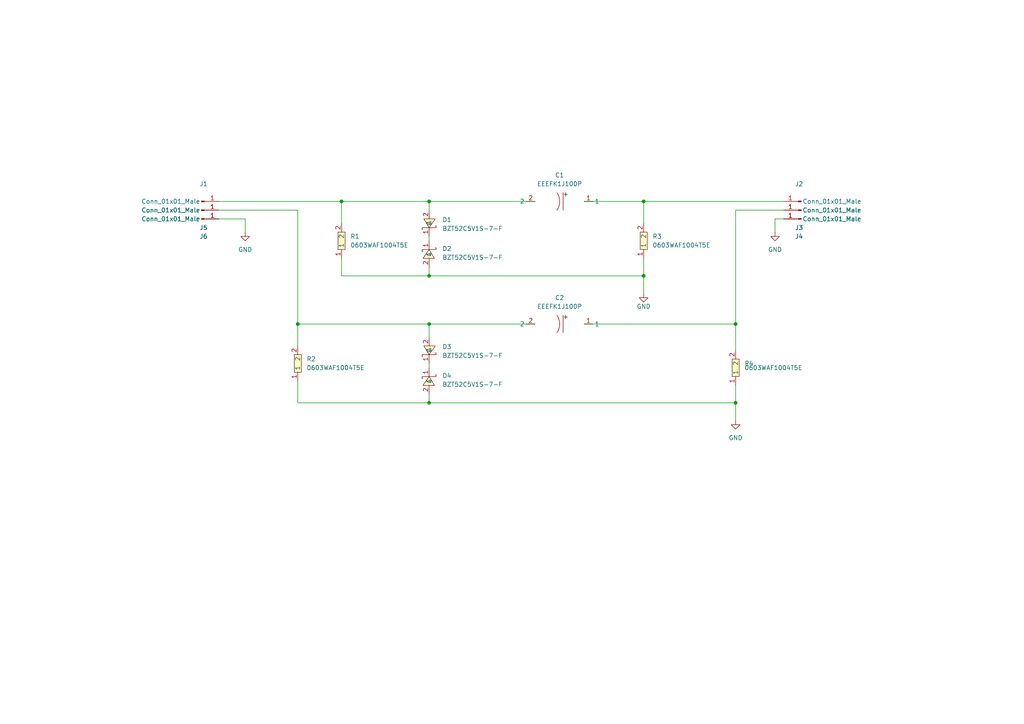
<source format=kicad_sch>
(kicad_sch (version 20230121) (generator eeschema)
  (paper "A4")
  (title_block (title "Phantom Blocker") (date "2023-03-12") (rev "1.0"))
  (lib_symbols
    (symbol "Connector:Conn_01x01_Male" (pin_names (offset 1.016) hide)
      (property "Reference" "J" (at 0 2.54 0))
      (property "Value" "Conn_01x01_Male" (at 0 -2.54 0))
      (symbol "Conn_01x01_Male_1_1"
        (polyline (pts (xy 1.27 0) (xy 0.8636 0)) (stroke (width 0.1524)))
        (rectangle (start 0.8636 0.127) (end 0 -0.127) (stroke (width 0.1524)) (fill (type outline)))
        (pin passive line (at 5.08 0 180) (length 3.81) (name "Pin_1") (number "1"))
      )
    )
    (symbol "easyeda2kicad:0603WAF1004T5E"
      (property "Reference" "R?" (at 0 5.08 0))
      (property "Value" "0603WAF1004T5E" (at 0 -5.08 0))
      (symbol "0603WAF1004T5E_0_1"
        (rectangle (start -2.54 1.02) (end 2.54 -1.02) (fill (type background)))
        (pin input line (at -5.08 0 0) (length 2.54) (name "1") (number "1"))
        (pin input line (at 5.08 0 180) (length 2.54) (name "2") (number "2"))
      )
    )
    (symbol "easyeda2kicad:BZT52C5V1S-7-F"
      (property "Reference" "D?" (at 0 5.08 0))
      (property "Value" "BZT52C5V1S-7-F" (at 0 -5.08 0))
      (symbol "BZT52C5V1S-7-F_0_1"
        (polyline (pts (xy 1.27 1.52) (xy -1.27 0) (xy 1.27 -1.78) (xy 1.27 1.52)) (fill (type background)))
        (polyline (pts (xy -1.78 1.78) (xy -1.78 2.03) (xy -1.27 2.03) (xy -1.27 -2.03) (xy -0.76 -2.03) (xy -0.76 -1.78)))
        (pin unspecified line (at -3.81 0 0) (length 2.54) (name "C") (number "1"))
        (pin unspecified line (at 3.81 0 180) (length 2.54) (name "A") (number "2"))
      )
    )
    (symbol "easyeda2kicad:EEEFK1J100P"
      (property "Reference" "C?" (at 0 11.94 0))
      (property "Value" "EEEFK1J100P" (at 0 -12.45 0))
      (symbol "EEEFK1J100P_0_1"
        (rectangle (start -2.54 1.52) (end -1.52 1.52) (fill (type background)))
        (rectangle (start -2.03 2.03) (end -2.03 1.02) (fill (type background)))
        (arc (start 0 -0.25) (mid -1.3336 -0.4253) (end -2.54 -1.02))
        (polyline (pts (xy -2.54 0.76) (xy 2.54 0.76)))
        (arc (start 2.54 -1.02) (mid 1.334 -0.4238) (end 0 -0.25))
        (pin unspecified line (at 0 6.86 90) (length 2.54) (name "1") (number "1"))
        (pin unspecified line (at 0 -7.37 270) (length 2.54) (name "2") (number "2"))
      )
    )
    (symbol "power:GND" (power) (pin_names (offset 0))
      (property "Value" "GND" (at 0 -3.81 0))
      (symbol "GND_0_1"
        (polyline (pts (xy 0 0) (xy 0 -1.27) (xy 1.27 -1.27) (xy 0 -2.54) (xy -1.27 -1.27) (xy 0 -1.27)))
      )
      (symbol "GND_1_1"
        (pin power_in line (at 0 0 270) (length 0) hide (name "GND") (number "1"))
      )
    )
  )
  (junction (at 124.46 116.84))
  (junction (at 186.69 80.01))
  (junction (at 124.46 80.01))
  (junction (at 124.46 58.42))
  (junction (at 186.69 58.42))
  (junction (at 213.36 116.84))
  (junction (at 86.36 93.98))
  (junction (at 124.46 93.98))
  (junction (at 99.06 58.42))
  (junction (at 213.36 93.98))
  (wire (pts (xy 86.36 93.98) (xy 124.46 93.98)))
  (wire (pts (xy 124.46 80.01) (xy 186.69 80.01)))
  (wire (pts (xy 124.46 114.3) (xy 124.46 116.84)))
  (wire (pts (xy 124.46 93.98) (xy 124.46 97.79)))
  (wire (pts (xy 124.46 105.41) (xy 124.46 106.68)))
  (wire (pts (xy 213.36 60.96) (xy 213.36 93.98)))
  (wire (pts (xy 124.46 116.84) (xy 213.36 116.84)))
  (wire (pts (xy 186.69 58.42) (xy 227.33 58.42)))
  (wire (pts (xy 124.46 93.98) (xy 155.19 93.98)))
  (wire (pts (xy 124.46 77.47) (xy 124.46 80.01)))
  (wire (pts (xy 63.5 60.96) (xy 86.36 60.96)))
  (wire (pts (xy 213.36 111.76) (xy 213.36 116.84)))
  (wire (pts (xy 99.06 58.42) (xy 99.06 64.77)))
  (wire (pts (xy 186.69 58.42) (xy 186.69 64.77)))
  (wire (pts (xy 63.5 58.42) (xy 99.06 58.42)))
  (wire (pts (xy 63.5 63.5) (xy 71.12 63.5)))
  (wire (pts (xy 71.12 63.5) (xy 71.12 67.31)))
  (wire (pts (xy 86.36 116.84) (xy 124.46 116.84)))
  (wire (pts (xy 124.46 68.58) (xy 124.46 69.85)))
  (wire (pts (xy 186.69 74.93) (xy 186.69 80.01)))
  (wire (pts (xy 213.36 93.98) (xy 213.36 101.6)))
  (wire (pts (xy 99.06 74.93) (xy 99.06 80.01)))
  (wire (pts (xy 186.69 80.01) (xy 186.69 85.09)))
  (wire (pts (xy 227.33 63.5) (xy 224.79 63.5)))
  (wire (pts (xy 124.46 58.42) (xy 124.46 60.96)))
  (wire (pts (xy 124.46 58.42) (xy 155.19 58.42)))
  (wire (pts (xy 227.33 60.96) (xy 213.36 60.96)))
  (wire (pts (xy 169.42 58.42) (xy 186.69 58.42)))
  (wire (pts (xy 99.06 80.01) (xy 124.46 80.01)))
  (wire (pts (xy 224.79 63.5) (xy 224.79 67.31)))
  (wire (pts (xy 86.36 110.49) (xy 86.36 116.84)))
  (wire (pts (xy 99.06 58.42) (xy 124.46 58.42)))
  (wire (pts (xy 86.36 93.98) (xy 86.36 100.33)))
  (wire (pts (xy 169.42 93.98) (xy 213.36 93.98)))
  (wire (pts (xy 213.36 116.84) (xy 213.36 121.92)))
  (wire (pts (xy 86.36 93.98) (xy 86.36 60.96)))
  (symbol (lib_id "easyeda2kicad:BZT52C5V1S-7-F") (at 124.46 101.6 90) (unit 1)
    (property "Reference" "D3" (at 128.27 100.5849 90) (effects (justify right)))
    (property "Value" "BZT52C5V1S-7-F" (at 128.27 103.1249 90) (effects (justify right)))
    (property "Footprint" "easyeda2kicad:SOD-323_L1.8-W1.3-LS2.5-RD" (effects hide))
    (property "Datasheet" "https://lcsc.com/product-detail/Zener-Diodes_DIODES_BZT52C5V1S-7-F_BZT52C5V1S-7-F_C151348.html" (effects hide))
    (property "Manufacturer" "DIODES" (effects hide))
    (property "LCSC Part" "C75073" (effects hide))
    (property "JLC Part" "Extended Part" (effects hide))
  )
  (symbol (lib_id "power:GND") (at 186.69 85.09 0) (unit 1)
    (property "Reference" "#PWR0104" (effects hide))
    (property "Value" "GND" (at 186.69 88.9 0))
  )
  (symbol (lib_id "power:GND") (at 71.12 67.31 0) (unit 1)
    (property "Reference" "#PWR0101" (effects hide))
    (property "Value" "GND" (at 71.12 72.39 0))
  )
  (symbol (lib_id "easyeda2kicad:0603WAF1004T5E") (at 99.06 69.85 90) (unit 1)
    (property "Reference" "R1" (at 101.6 68.5799 90) (effects (justify right)))
    (property "Value" "0603WAF1004T5E" (at 101.6 71.1199 90) (effects (justify right)))
    (property "Footprint" "easyeda2kicad:R0603" (effects hide))
    (property "Datasheet" "https://lcsc.com/product-detail/Chip-Resistor-Surface-Mount-UniOhm_1MR-1004-1_C22935.html" (effects hide))
    (property "Manufacturer" "UniOhm" (effects hide))
    (property "LCSC Part" "C22935" (effects hide))
    (property "JLC Part" "Basic Part" (effects hide))
  )
  (symbol (lib_id "easyeda2kicad:0603WAF1004T5E") (at 213.36 106.68 90) (unit 1)
    (property "Reference" "R4" (at 215.9 105.4099 90) (effects (justify right)))
    (property "Value" "0603WAF1004T5E" (at 215.9 106.6799 90) (effects (justify right)))
    (property "Footprint" "easyeda2kicad:R0603" (effects hide))
    (property "Datasheet" "https://lcsc.com/product-detail/Chip-Resistor-Surface-Mount-UniOhm_1MR-1004-1_C22935.html" (effects hide))
    (property "Manufacturer" "UniOhm" (effects hide))
    (property "LCSC Part" "C22935" (effects hide))
    (property "JLC Part" "Basic Part" (effects hide))
  )
  (symbol (lib_id "Connector:Conn_01x01_Male") (at 232.41 60.96 180) (unit 1)
    (property "Reference" "J3" (at 231.775 66.04 0))
    (property "Value" "Conn_01x01_Male" (at 241.3 60.96 0))
    (property "Footprint" "Connector_Pin:Pin_D0.7mm_L6.5mm_W1.8mm_FlatFork" (effects hide))
  )
  (symbol (lib_id "easyeda2kicad:EEEFK1J100P") (at 162.56 58.42 270) (unit 1)
    (property "Reference" "C1" (at 162.305 50.8 90))
    (property "Value" "EEEFK1J100P" (at 162.305 53.34 90))
    (property "Footprint" "easyeda2kicad:CAP-SMD_BD6.3-L6.6-W6.6-FD" (effects hide))
    (property "Datasheet" "https://lcsc.com/product-detail/Aluminum-Electrolytic-Capacitors-SMD_PANASONIC_EEEFK1J100P_10uF-63V_C128459.html" (effects hide))
    (property "Manufacturer" "PANASONIC" (effects hide))
    (property "LCSC Part" "C128459" (effects hide))
    (property "JLC Part" "Extended Part" (effects hide))
  )
  (symbol (lib_id "easyeda2kicad:BZT52C5V1S-7-F") (at 124.46 73.66 270) (unit 1)
    (property "Reference" "D2" (at 128.27 72.1349 90) (effects (justify left)))
    (property "Value" "BZT52C5V1S-7-F" (at 128.27 74.6749 90) (effects (justify left)))
    (property "Footprint" "easyeda2kicad:SOD-323_L1.8-W1.3-LS2.5-RD" (effects hide))
    (property "Datasheet" "https://lcsc.com/product-detail/Zener-Diodes_DIODES_BZT52C5V1S-7-F_BZT52C5V1S-7-F_C151348.html" (effects hide))
    (property "Manufacturer" "DIODES" (effects hide))
    (property "LCSC Part" "C75073" (effects hide))
    (property "JLC Part" "Extended Part" (effects hide))
  )
  (symbol (lib_id "Connector:Conn_01x01_Male") (at 232.41 63.5 180) (unit 1)
    (property "Reference" "J4" (at 231.775 68.58 0))
    (property "Value" "Conn_01x01_Male" (at 241.3 63.5 0))
    (property "Footprint" "Connector_Pin:Pin_D0.7mm_L6.5mm_W1.8mm_FlatFork" (effects hide))
  )
  (symbol (lib_id "power:GND") (at 213.36 121.92 0) (unit 1)
    (property "Reference" "#PWR0103" (effects hide))
    (property "Value" "GND" (at 213.36 127 0))
  )
  (symbol (lib_id "Connector:Conn_01x01_Male") (at 232.41 58.42 180) (unit 1)
    (property "Reference" "J2" (at 231.775 53.34 0))
    (property "Value" "Conn_01x01_Male" (at 241.3 58.42 0))
    (property "Footprint" "Connector_Pin:Pin_D0.7mm_L6.5mm_W1.8mm_FlatFork" (effects hide))
  )
  (symbol (lib_id "easyeda2kicad:0603WAF1004T5E") (at 186.69 69.85 90) (unit 1)
    (property "Reference" "R3" (at 189.23 68.5799 90) (effects (justify right)))
    (property "Value" "0603WAF1004T5E" (at 189.23 71.1199 90) (effects (justify right)))
    (property "Footprint" "easyeda2kicad:R0603" (effects hide))
    (property "Datasheet" "https://lcsc.com/product-detail/Chip-Resistor-Surface-Mount-UniOhm_1MR-1004-1_C22935.html" (effects hide))
    (property "Manufacturer" "UniOhm" (effects hide))
    (property "LCSC Part" "C22935" (effects hide))
    (property "JLC Part" "Basic Part" (effects hide))
  )
  (symbol (lib_id "easyeda2kicad:BZT52C5V1S-7-F") (at 124.46 64.77 90) (unit 1)
    (property "Reference" "D1" (at 128.27 63.7549 90) (effects (justify right)))
    (property "Value" "BZT52C5V1S-7-F" (at 128.27 66.2949 90) (effects (justify right)))
    (property "Footprint" "easyeda2kicad:SOD-323_L1.8-W1.3-LS2.5-RD" (effects hide))
    (property "Datasheet" "https://lcsc.com/product-detail/Zener-Diodes_DIODES_BZT52C5V1S-7-F_BZT52C5V1S-7-F_C151348.html" (effects hide))
    (property "Manufacturer" "DIODES" (effects hide))
    (property "LCSC Part" "C75073" (effects hide))
    (property "JLC Part" "Extended Part" (effects hide))
  )
  (symbol (lib_id "Connector:Conn_01x01_Male") (at 58.42 63.5 0) (mirror x) (unit 1)
    (property "Reference" "J6" (at 59.055 68.58 0))
    (property "Value" "Conn_01x01_Male" (at 49.53 63.5 0))
    (property "Footprint" "Connector_Pin:Pin_D0.7mm_L6.5mm_W1.8mm_FlatFork" (effects hide))
  )
  (symbol (lib_id "easyeda2kicad:EEEFK1J100P") (at 162.56 93.98 270) (unit 1)
    (property "Reference" "C2" (at 162.305 86.36 90))
    (property "Value" "EEEFK1J100P" (at 162.305 88.9 90))
    (property "Footprint" "easyeda2kicad:CAP-SMD_BD6.3-L6.6-W6.6-FD" (effects hide))
    (property "Datasheet" "https://lcsc.com/product-detail/Aluminum-Electrolytic-Capacitors-SMD_PANASONIC_EEEFK1J100P_10uF-63V_C128459.html" (effects hide))
    (property "Manufacturer" "PANASONIC" (effects hide))
    (property "LCSC Part" "C128459" (effects hide))
    (property "JLC Part" "Extended Part" (effects hide))
  )
  (symbol (lib_id "Connector:Conn_01x01_Male") (at 58.42 58.42 0) (mirror x) (unit 1)
    (property "Reference" "J1" (at 59.055 53.34 0))
    (property "Value" "Conn_01x01_Male" (at 49.53 58.42 0))
    (property "Footprint" "Connector_Pin:Pin_D0.7mm_L6.5mm_W1.8mm_FlatFork" (effects hide))
  )
  (symbol (lib_id "Connector:Conn_01x01_Male") (at 58.42 60.96 0) (mirror x) (unit 1)
    (property "Reference" "J5" (at 59.055 66.04 0))
    (property "Value" "Conn_01x01_Male" (at 49.53 60.96 0))
    (property "Footprint" "Connector_Pin:Pin_D0.7mm_L6.5mm_W1.8mm_FlatFork" (effects hide))
  )
  (symbol (lib_id "easyeda2kicad:0603WAF1004T5E") (at 86.36 105.41 90) (unit 1)
    (property "Reference" "R2" (at 88.9 104.1399 90) (effects (justify right)))
    (property "Value" "0603WAF1004T5E" (at 88.9 106.6799 90) (effects (justify right)))
    (property "Footprint" "easyeda2kicad:R0603" (effects hide))
    (property "Datasheet" "https://lcsc.com/product-detail/Chip-Resistor-Surface-Mount-UniOhm_1MR-1004-1_C22935.html" (effects hide))
    (property "Manufacturer" "UniOhm" (effects hide))
    (property "LCSC Part" "C22935" (effects hide))
    (property "JLC Part" "Basic Part" (effects hide))
  )
  (symbol (lib_id "easyeda2kicad:BZT52C5V1S-7-F") (at 124.46 110.49 270) (unit 1)
    (property "Reference" "D4" (at 128.27 108.9649 90) (effects (justify left)))
    (property "Value" "BZT52C5V1S-7-F" (at 128.27 111.5049 90) (effects (justify left)))
    (property "Footprint" "easyeda2kicad:SOD-323_L1.8-W1.3-LS2.5-RD" (effects hide))
    (property "Datasheet" "https://lcsc.com/product-detail/Zener-Diodes_DIODES_BZT52C5V1S-7-F_BZT52C5V1S-7-F_C151348.html" (effects hide))
    (property "Manufacturer" "DIODES" (effects hide))
    (property "LCSC Part" "C75073" (effects hide))
    (property "JLC Part" "Extended Part" (effects hide))
  )
  (symbol (lib_id "power:GND") (at 224.79 67.31 0) (unit 1)
    (property "Reference" "#PWR0102" (effects hide))
    (property "Value" "GND" (at 224.79 72.39 0))
  )
)
</source>
